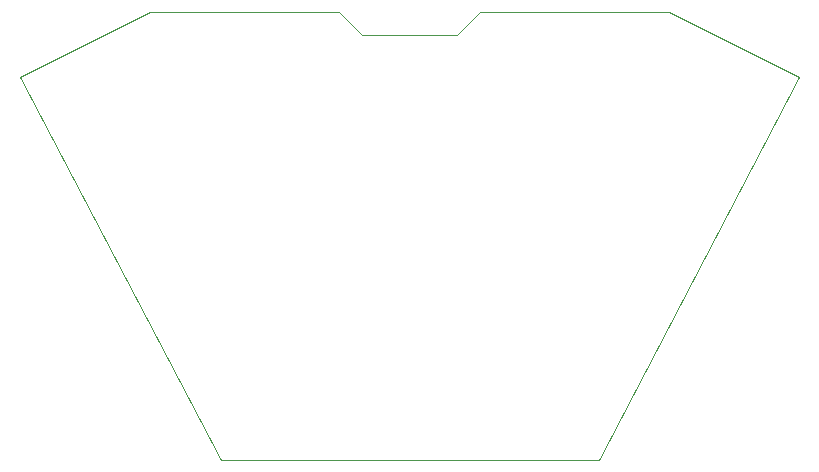
<source format=gm1>
G04 #@! TF.GenerationSoftware,KiCad,Pcbnew,(6.0.0)*
G04 #@! TF.CreationDate,2022-01-15T05:03:17-05:00*
G04 #@! TF.ProjectId,spin-tgd-control,7370696e-2d74-4676-942d-636f6e74726f,rev?*
G04 #@! TF.SameCoordinates,Original*
G04 #@! TF.FileFunction,Profile,NP*
%FSLAX46Y46*%
G04 Gerber Fmt 4.6, Leading zero omitted, Abs format (unit mm)*
G04 Created by KiCad (PCBNEW (6.0.0)) date 2022-01-15 05:03:17*
%MOMM*%
%LPD*%
G01*
G04 APERTURE LIST*
G04 #@! TA.AperFunction,Profile*
%ADD10C,0.050000*%
G04 #@! TD*
G04 APERTURE END LIST*
D10*
X16000000Y-38000000D02*
X33000000Y-5500000D01*
X-16000000Y-38000000D02*
X0Y-38000000D01*
X0Y-2000000D02*
X-4000000Y-2000000D01*
X6000000Y0D02*
X4000000Y-2000000D01*
X-22000000Y0D02*
X-33000000Y-5500000D01*
X0Y-38000000D02*
X16000000Y-38000000D01*
X4000000Y-2000000D02*
X0Y-2000000D01*
X-33000000Y-5500000D02*
X-16000000Y-38000000D01*
X22000000Y0D02*
X6000000Y0D01*
X33000000Y-5500000D02*
X22000000Y0D01*
X-6000000Y0D02*
X-22000000Y0D01*
X-4000000Y-2000000D02*
X-6000000Y0D01*
M02*

</source>
